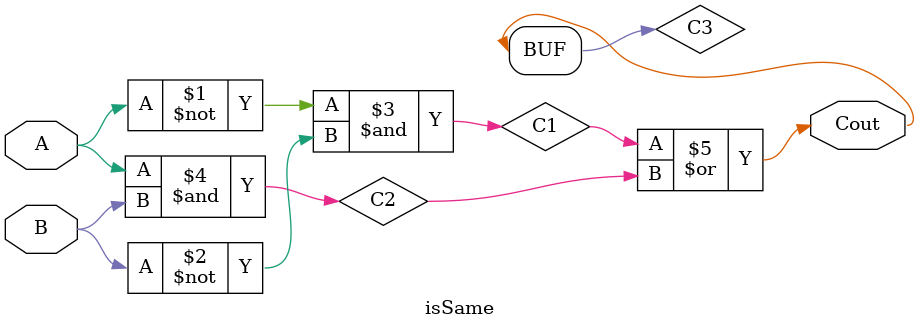
<source format=v>
module isSame(A, B, Cout);
	
	input A, B;
	output Cout;
	
	wire C1, C2, C3;
	and and1(C1, ~A, ~B);
	and and2(C2, A, B);
	or or1(C3, C1, C2);
	
	assign Cout = C3;

endmodule

</source>
